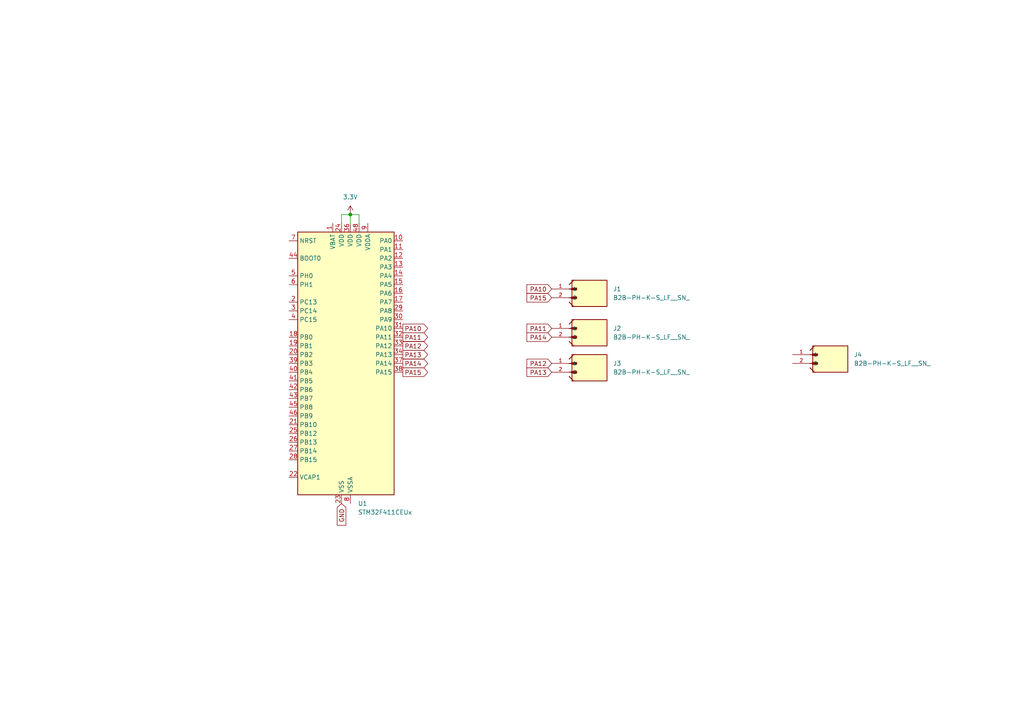
<source format=kicad_sch>
(kicad_sch (version 20231120) (generator "eeschema") (generator_version "8.0")
  (paper "A4")
  (lib_symbols
    (symbol "B2B-PH-K-S_LF__SN_:B2B-PH-K-S_LF__SN_" (pin_names (offset 1.016))
      (property "Reference" "J" (at -5.58 5.08 0))
      (property "Value" "B2B-PH-K-S_LF__SN_" (at -5.08 -5.08 0))
      (symbol "B2B-PH-K-S_LF__SN__0_0"
        (rectangle (start -4.445 -0.3175) (end -2.8575 0.3175) (stroke (width 0.1)) (fill (type outline)))
        (rectangle (start -4.445 2.2225) (end -2.8575 2.8575) (stroke (width 0.1)) (fill (type outline)))
        (rectangle (start -4.2863 -2.54) (end 5.8738 5.08) (stroke (width 0.254)) (fill (type background)))
        (polyline (pts (xy -5.08 -1.27) (xy -3.81 -2.54)) (stroke (width 0.254)))
        (polyline (pts (xy -5.08 0) (xy -3.175 0)) (stroke (width 0.254)))
        (polyline (pts (xy -5.08 2.54) (xy -3.175 2.54)) (stroke (width 0.254)))
        (polyline (pts (xy -5.08 3.81) (xy -3.81 5.08)) (stroke (width 0.254)))
        (pin passive line (at -10.16 2.54 0) (length 5.08) (name "1") (number "1"))
        (pin passive line (at -10.16 0 0) (length 5.08) (name "2") (number "2"))
      )
    )
    (symbol "MCU_ST_STM32F4:STM32F411CEUx"
      (property "Reference" "U" (at -12.7 39.37 0))
      (property "Value" "STM32F411CEUx" (at 10.16 39.37 0))
      (symbol "STM32F411CEUx_0_1"
        (rectangle (start -12.7 -38.1) (end 15.24 38.1) (stroke (width 0.254)) (fill (type background)))
      )
      (symbol "STM32F411CEUx_1_1"
        (pin power_in line (at -2.54 40.64 270) (length 2.54) (name "VBAT") (number "1"))
        (pin bidirectional line (at 17.78 35.56 180) (length 2.54) (name "PA0") (number "10"))
        (pin bidirectional line (at 17.78 33.02 180) (length 2.54) (name "PA1") (number "11"))
        (pin bidirectional line (at 17.78 30.48 180) (length 2.54) (name "PA2") (number "12"))
        (pin bidirectional line (at 17.78 27.94 180) (length 2.54) (name "PA3") (number "13"))
        (pin bidirectional line (at 17.78 25.4 180) (length 2.54) (name "PA4") (number "14"))
        (pin bidirectional line (at 17.78 22.86 180) (length 2.54) (name "PA5") (number "15"))
        (pin bidirectional line (at 17.78 20.32 180) (length 2.54) (name "PA6") (number "16"))
        (pin bidirectional line (at 17.78 17.78 180) (length 2.54) (name "PA7") (number "17"))
        (pin bidirectional line (at -15.24 7.62 0) (length 2.54) (name "PB0") (number "18"))
        (pin bidirectional line (at -15.24 5.08 0) (length 2.54) (name "PB1") (number "19"))
        (pin bidirectional line (at -15.24 17.78 0) (length 2.54) (name "PC13") (number "2"))
        (pin bidirectional line (at -15.24 2.54 0) (length 2.54) (name "PB2") (number "20"))
        (pin bidirectional line (at -15.24 -17.78 0) (length 2.54) (name "PB10") (number "21"))
        (pin power_out line (at -15.24 -33.02 0) (length 2.54) (name "VCAP1") (number "22"))
        (pin power_in line (at 0 -40.64 90) (length 2.54) (name "VSS") (number "23"))
        (pin power_in line (at 0 40.64 270) (length 2.54) (name "VDD") (number "24"))
        (pin bidirectional line (at -15.24 -20.32 0) (length 2.54) (name "PB12") (number "25"))
        (pin bidirectional line (at -15.24 -22.86 0) (length 2.54) (name "PB13") (number "26"))
        (pin bidirectional line (at -15.24 -25.4 0) (length 2.54) (name "PB14") (number "27"))
        (pin bidirectional line (at -15.24 -27.94 0) (length 2.54) (name "PB15") (number "28"))
        (pin bidirectional line (at 17.78 15.24 180) (length 2.54) (name "PA8") (number "29"))
        (pin bidirectional line (at -15.24 15.24 0) (length 2.54) (name "PC14") (number "3"))
        (pin bidirectional line (at 17.78 12.7 180) (length 2.54) (name "PA9") (number "30"))
        (pin bidirectional line (at 17.78 10.16 180) (length 2.54) (name "PA10") (number "31"))
        (pin bidirectional line (at 17.78 7.62 180) (length 2.54) (name "PA11") (number "32"))
        (pin bidirectional line (at 17.78 5.08 180) (length 2.54) (name "PA12") (number "33"))
        (pin bidirectional line (at 17.78 2.54 180) (length 2.54) (name "PA13") (number "34"))
        (pin passive line (at 0 -40.64 90) (length 2.54) hide (name "VSS") (number "35"))
        (pin power_in line (at 2.54 40.64 270) (length 2.54) (name "VDD") (number "36"))
        (pin bidirectional line (at 17.78 0 180) (length 2.54) (name "PA14") (number "37"))
        (pin bidirectional line (at 17.78 -2.54 180) (length 2.54) (name "PA15") (number "38"))
        (pin bidirectional line (at -15.24 0 0) (length 2.54) (name "PB3") (number "39"))
        (pin bidirectional line (at -15.24 12.7 0) (length 2.54) (name "PC15") (number "4"))
        (pin bidirectional line (at -15.24 -2.54 0) (length 2.54) (name "PB4") (number "40"))
        (pin bidirectional line (at -15.24 -5.08 0) (length 2.54) (name "PB5") (number "41"))
        (pin bidirectional line (at -15.24 -7.62 0) (length 2.54) (name "PB6") (number "42"))
        (pin bidirectional line (at -15.24 -10.16 0) (length 2.54) (name "PB7") (number "43"))
        (pin input line (at -15.24 30.48 0) (length 2.54) (name "BOOT0") (number "44"))
        (pin bidirectional line (at -15.24 -12.7 0) (length 2.54) (name "PB8") (number "45"))
        (pin bidirectional line (at -15.24 -15.24 0) (length 2.54) (name "PB9") (number "46"))
        (pin passive line (at 0 -40.64 90) (length 2.54) hide (name "VSS") (number "47"))
        (pin power_in line (at 5.08 40.64 270) (length 2.54) (name "VDD") (number "48"))
        (pin passive line (at 0 -40.64 90) (length 2.54) hide (name "VSS") (number "49"))
        (pin bidirectional line (at -15.24 25.4 0) (length 2.54) (name "PH0") (number "5"))
        (pin bidirectional line (at -15.24 22.86 0) (length 2.54) (name "PH1") (number "6"))
        (pin input line (at -15.24 35.56 0) (length 2.54) (name "NRST") (number "7"))
        (pin power_in line (at 2.54 -40.64 90) (length 2.54) (name "VSSA") (number "8"))
        (pin power_in line (at 7.62 40.64 270) (length 2.54) (name "VDDA") (number "9"))
      )
    )
    (symbol "power:+BATT" (power) (pin_numbers hide) (pin_names (offset 0) hide)
      (property "Value" "+BATT" (at 0 3.556 0))
      (symbol "+BATT_0_1"
        (polyline (pts (xy -0.762 1.27) (xy 0 2.54)))
        (polyline (pts (xy 0 0) (xy 0 2.54)))
        (polyline (pts (xy 0 2.54) (xy 0.762 1.27)))
      )
      (symbol "+BATT_1_1"
        (pin power_in line (at 0 0 90) (length 0) (name "~") (number "1"))
      )
    )
  )
  (junction (at 101.6 62.23))
  (wire (pts (xy 99.06 62.23) (xy 101.6 62.23)))
  (wire (pts (xy 101.6 62.23) (xy 101.6 64.77)))
  (wire (pts (xy 99.06 64.77) (xy 99.06 62.23)))
  (wire (pts (xy 101.6 62.23) (xy 104.14 62.23)))
  (wire (pts (xy 104.14 62.23) (xy 104.14 64.77)))
  (global_label "PA11" (shape input) (at 160.02 95.25 180) (property "Intersheetrefs" "${INTERSHEET_REFS}" (effects (hide yes))))
  (global_label "PA15" (shape input) (at 160.02 86.36 180) (property "Intersheetrefs" "${INTERSHEET_REFS}" (effects (hide yes))))
  (global_label "PA12" (shape output) (at 116.84 100.33 0) (property "Intersheetrefs" "${INTERSHEET_REFS}" (effects (hide yes))))
  (global_label "PA12" (shape input) (at 160.02 105.41 180) (property "Intersheetrefs" "${INTERSHEET_REFS}" (effects (hide yes))))
  (global_label "GND" (shape input) (at 99.06 146.05 270) (property "Intersheetrefs" "${INTERSHEET_REFS}" (effects (hide yes))))
  (global_label "PA11" (shape output) (at 116.84 97.79 0) (property "Intersheetrefs" "${INTERSHEET_REFS}" (effects (hide yes))))
  (global_label "PA10" (shape input) (at 160.02 83.82 180) (property "Intersheetrefs" "${INTERSHEET_REFS}" (effects (hide yes))))
  (global_label "PA10" (shape output) (at 116.84 95.25 0) (property "Intersheetrefs" "${INTERSHEET_REFS}" (effects (hide yes))))
  (global_label "PA13" (shape output) (at 116.84 102.87 0) (property "Intersheetrefs" "${INTERSHEET_REFS}" (effects (hide yes))))
  (global_label "PA13" (shape input) (at 160.02 107.95 180) (property "Intersheetrefs" "${INTERSHEET_REFS}" (effects (hide yes))))
  (global_label "PA15" (shape output) (at 116.84 107.95 0) (property "Intersheetrefs" "${INTERSHEET_REFS}" (effects (hide yes))))
  (global_label "PA14" (shape output) (at 116.84 105.41 0) (property "Intersheetrefs" "${INTERSHEET_REFS}" (effects (hide yes))))
  (global_label "PA14" (shape input) (at 160.02 97.79 180) (property "Intersheetrefs" "${INTERSHEET_REFS}" (effects (hide yes))))
  (symbol (lib_id "B2B-PH-K-S_LF__SN_:B2B-PH-K-S_LF__SN_") (at 170.18 107.95 0) (unit 1)
    (property "Reference" "J3" (at 177.8 105.4099 0) (effects (justify left)))
    (property "Value" "B2B-PH-K-S_LF__SN_" (at 177.8 107.9499 0) (effects (justify left)))
    (property "Footprint" "Connector_JST:JST_EH_B2B-EH-A_1x02_P2.50mm_Vertical" (effects (hide yes)))
    (property "MF" "JST" (effects (hide yes)))
    (property "Description_1" "\nConnector Header Through Hole 2 position 0.079 (2.00mm)\n" (effects (hide yes)))
    (property "Package" "None" (effects (hide yes)))
    (property "Price" "None" (effects (hide yes)))
    (property "Check_prices" "https://www.snapeda.com/parts/B2B-PH-K-S%20(LF)(SN)/JST/view-part/?ref=eda" (effects (hide yes)))
    (property "SnapEDA_Link" "https://www.snapeda.com/parts/B2B-PH-K-S%20(LF)(SN)/JST/view-part/?ref=snap" (effects (hide yes)))
    (property "MP" "B2B-PH-K-S (LF)(SN)" (effects (hide yes)))
    (property "Availability" "In Stock" (effects (hide yes)))
    (property "MANUFACTURER" "JST" (effects (hide yes)))
  )
  (symbol (lib_id "B2B-PH-K-S_LF__SN_:B2B-PH-K-S_LF__SN_") (at 170.18 86.36 0) (unit 1)
    (property "Reference" "J1" (at 177.8 83.8199 0) (effects (justify left)))
    (property "Value" "B2B-PH-K-S_LF__SN_" (at 177.8 86.3599 0) (effects (justify left)))
    (property "Footprint" "Connector_JST:JST_EH_B2B-EH-A_1x02_P2.50mm_Vertical" (effects (hide yes)))
    (property "MF" "JST" (effects (hide yes)))
    (property "Description_1" "\nConnector Header Through Hole 2 position 0.079 (2.00mm)\n" (effects (hide yes)))
    (property "Package" "None" (effects (hide yes)))
    (property "Price" "None" (effects (hide yes)))
    (property "Check_prices" "https://www.snapeda.com/parts/B2B-PH-K-S%20(LF)(SN)/JST/view-part/?ref=eda" (effects (hide yes)))
    (property "SnapEDA_Link" "https://www.snapeda.com/parts/B2B-PH-K-S%20(LF)(SN)/JST/view-part/?ref=snap" (effects (hide yes)))
    (property "MP" "B2B-PH-K-S (LF)(SN)" (effects (hide yes)))
    (property "Availability" "In Stock" (effects (hide yes)))
    (property "MANUFACTURER" "JST" (effects (hide yes)))
  )
  (symbol (lib_id "B2B-PH-K-S_LF__SN_:B2B-PH-K-S_LF__SN_") (at 240.03 105.41 0) (unit 1)
    (property "Reference" "J4" (at 247.65 102.8699 0) (effects (justify left)))
    (property "Value" "B2B-PH-K-S_LF__SN_" (at 247.65 105.4099 0) (effects (justify left)))
    (property "Footprint" "Connector_JST:JST_EH_B2B-EH-A_1x02_P2.50mm_Vertical" (effects (hide yes)))
    (property "MF" "JST" (effects (hide yes)))
    (property "Description_1" "\nConnector Header Through Hole 2 position 0.079 (2.00mm)\n" (effects (hide yes)))
    (property "Package" "None" (effects (hide yes)))
    (property "Price" "None" (effects (hide yes)))
    (property "Check_prices" "https://www.snapeda.com/parts/B2B-PH-K-S%20(LF)(SN)/JST/view-part/?ref=eda" (effects (hide yes)))
    (property "SnapEDA_Link" "https://www.snapeda.com/parts/B2B-PH-K-S%20(LF)(SN)/JST/view-part/?ref=snap" (effects (hide yes)))
    (property "MP" "B2B-PH-K-S (LF)(SN)" (effects (hide yes)))
    (property "Availability" "In Stock" (effects (hide yes)))
    (property "MANUFACTURER" "JST" (effects (hide yes)))
  )
  (symbol (lib_id "B2B-PH-K-S_LF__SN_:B2B-PH-K-S_LF__SN_") (at 170.18 97.79 0) (unit 1)
    (property "Reference" "J2" (at 177.8 95.2499 0) (effects (justify left)))
    (property "Value" "B2B-PH-K-S_LF__SN_" (at 177.8 97.7899 0) (effects (justify left)))
    (property "Footprint" "Connector_JST:JST_EH_B2B-EH-A_1x02_P2.50mm_Vertical" (effects (hide yes)))
    (property "MF" "JST" (effects (hide yes)))
    (property "Description_1" "\nConnector Header Through Hole 2 position 0.079 (2.00mm)\n" (effects (hide yes)))
    (property "Package" "None" (effects (hide yes)))
    (property "Price" "None" (effects (hide yes)))
    (property "Check_prices" "https://www.snapeda.com/parts/B2B-PH-K-S%20(LF)(SN)/JST/view-part/?ref=eda" (effects (hide yes)))
    (property "SnapEDA_Link" "https://www.snapeda.com/parts/B2B-PH-K-S%20(LF)(SN)/JST/view-part/?ref=snap" (effects (hide yes)))
    (property "MP" "B2B-PH-K-S (LF)(SN)" (effects (hide yes)))
    (property "Availability" "In Stock" (effects (hide yes)))
    (property "MANUFACTURER" "JST" (effects (hide yes)))
  )
  (symbol (lib_id "MCU_ST_STM32F4:STM32F411CEUx") (at 99.06 105.41 0) (unit 1)
    (property "Reference" "U1" (at 103.7941 146.05 0) (effects (justify left)))
    (property "Value" "STM32F411CEUx" (at 103.7941 148.59 0) (effects (justify left)))
    (property "Footprint" "Package_DFN_QFN:QFN-48-1EP_7x7mm_P0.5mm_EP5.6x5.6mm" (effects (hide yes)))
    (property "Datasheet" "https://www.st.com/resource/en/datasheet/stm32f411ce.pdf" (effects (hide yes)))
    (property "Description" "STMicroelectronics Arm Cortex-M4 MCU, 512KB flash, 128KB RAM, 100 MHz, 1.7-3.6V, 36 GPIO, UFQFPN48" (effects (hide yes)))
  )
  (symbol (lib_id "power:+BATT") (at 101.6 62.23 0) (unit 1)
    (property "Reference" "#PWR01" (effects (hide yes)))
    (property "Value" "3.3V" (at 101.6 57.15 0))
    (property "Description" "Power symbol creates a global label with name \"+BATT\"" (effects (hide yes)))
  )
)
</source>
